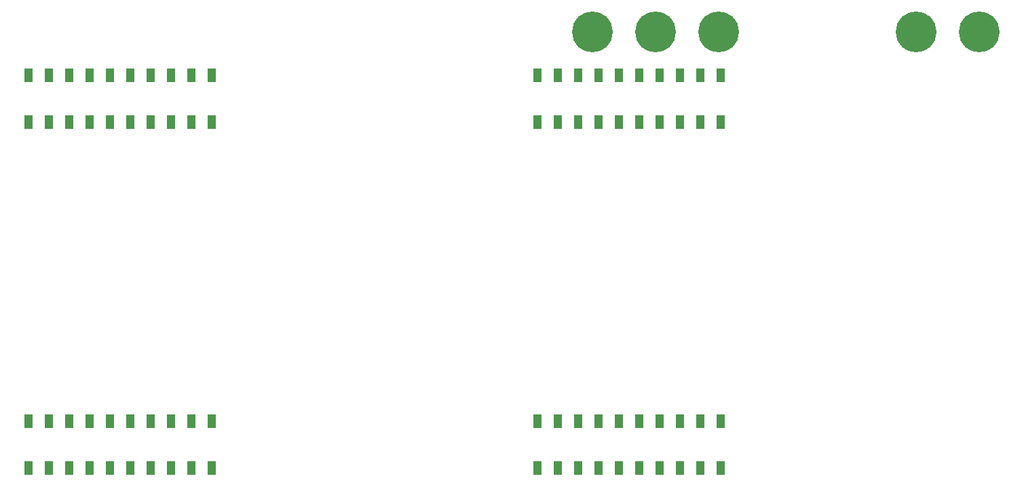
<source format=gbr>
G04 #@! TF.GenerationSoftware,KiCad,Pcbnew,(5.1.4)-1*
G04 #@! TF.CreationDate,2020-11-30T11:01:41-06:00*
G04 #@! TF.ProjectId,SRA_Sensor_Board,5352415f-5365-46e7-936f-725f426f6172,rev?*
G04 #@! TF.SameCoordinates,Original*
G04 #@! TF.FileFunction,Paste,Bot*
G04 #@! TF.FilePolarity,Positive*
%FSLAX46Y46*%
G04 Gerber Fmt 4.6, Leading zero omitted, Abs format (unit mm)*
G04 Created by KiCad (PCBNEW (5.1.4)-1) date 2020-11-30 11:01:41*
%MOMM*%
%LPD*%
G04 APERTURE LIST*
%ADD10R,0.990600X1.778000*%
%ADD11C,5.080000*%
G04 APERTURE END LIST*
D10*
X115570000Y-78587600D03*
X113030000Y-78587600D03*
X110490000Y-78587600D03*
X107950000Y-78587600D03*
X105410000Y-78587600D03*
X102870000Y-78587600D03*
X100330000Y-78587600D03*
X97790000Y-78587600D03*
X95250000Y-78587600D03*
X92710000Y-78587600D03*
X115570000Y-84480400D03*
X113030000Y-84480400D03*
X110490000Y-84480400D03*
X107950000Y-84480400D03*
X105410000Y-84480400D03*
X102870000Y-84480400D03*
X100330000Y-84480400D03*
X97790000Y-84480400D03*
X95250000Y-84480400D03*
X92710000Y-84480400D03*
X115570000Y-127660400D03*
X113030000Y-127660400D03*
X110490000Y-127660400D03*
X107950000Y-127660400D03*
X105410000Y-127660400D03*
X102870000Y-127660400D03*
X100330000Y-127660400D03*
X97790000Y-127660400D03*
X95250000Y-127660400D03*
X92710000Y-127660400D03*
X115570000Y-121767600D03*
X113030000Y-121767600D03*
X110490000Y-121767600D03*
X107950000Y-121767600D03*
X105410000Y-121767600D03*
X102870000Y-121767600D03*
X100330000Y-121767600D03*
X97790000Y-121767600D03*
X95250000Y-121767600D03*
X92710000Y-121767600D03*
X161290000Y-78587600D03*
X158750000Y-78587600D03*
X156210000Y-78587600D03*
X179070000Y-84480400D03*
X176530000Y-84480400D03*
X173990000Y-84480400D03*
X171450000Y-84480400D03*
X168910000Y-84480400D03*
X166370000Y-84480400D03*
X163830000Y-84480400D03*
X161290000Y-84480400D03*
X158750000Y-84480400D03*
X156210000Y-84480400D03*
X179070000Y-127660400D03*
X173990000Y-127660400D03*
X168910000Y-127660400D03*
X166370000Y-127660400D03*
X163830000Y-127660400D03*
X161290000Y-127660400D03*
X158750000Y-127660400D03*
X179070000Y-121767600D03*
X173990000Y-121767600D03*
X163830000Y-121767600D03*
X161290000Y-121767600D03*
X158750000Y-121767600D03*
X156210000Y-121767600D03*
X168910000Y-121767600D03*
X171450000Y-121767600D03*
X176530000Y-127660400D03*
X163830000Y-78587600D03*
X166370000Y-78587600D03*
X176530000Y-121767600D03*
X171450000Y-127660400D03*
X173990000Y-78587600D03*
X171450000Y-78587600D03*
X166370000Y-121767600D03*
X168910000Y-78587600D03*
X176530000Y-78587600D03*
X179070000Y-78587600D03*
X156210000Y-127660400D03*
D11*
X203454000Y-73177400D03*
X211328000Y-73177400D03*
X163068000Y-73152000D03*
X170942000Y-73152000D03*
X178816000Y-73152000D03*
M02*

</source>
